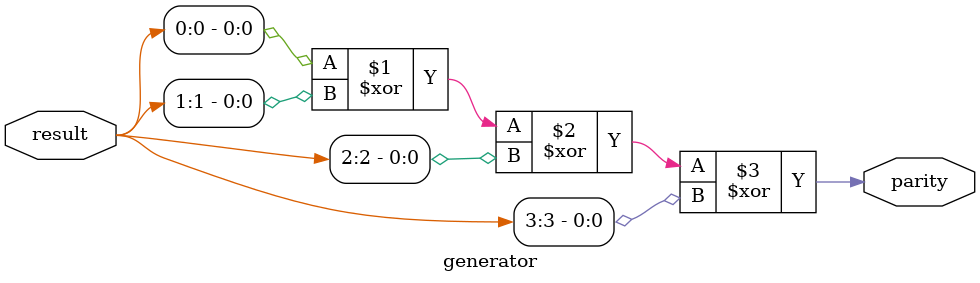
<source format=v>
module generator(input [3:0] result, output parity);
	assign parity = result[0] ^ result[1] ^ result[2] ^ result[3];
endmodule
</source>
